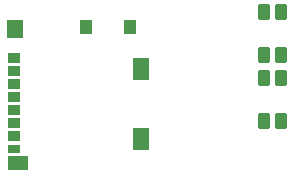
<source format=gbr>
%TF.GenerationSoftware,KiCad,Pcbnew,8.0.4*%
%TF.CreationDate,2024-07-26T12:29:51+01:00*%
%TF.ProjectId,beeb_wifiport,62656562-5f77-4696-9669-706f72742e6b,rev?*%
%TF.SameCoordinates,Original*%
%TF.FileFunction,Paste,Bot*%
%TF.FilePolarity,Positive*%
%FSLAX46Y46*%
G04 Gerber Fmt 4.6, Leading zero omitted, Abs format (unit mm)*
G04 Created by KiCad (PCBNEW 8.0.4) date 2024-07-26 12:29:51*
%MOMM*%
%LPD*%
G01*
G04 APERTURE LIST*
G04 Aperture macros list*
%AMRoundRect*
0 Rectangle with rounded corners*
0 $1 Rounding radius*
0 $2 $3 $4 $5 $6 $7 $8 $9 X,Y pos of 4 corners*
0 Add a 4 corners polygon primitive as box body*
4,1,4,$2,$3,$4,$5,$6,$7,$8,$9,$2,$3,0*
0 Add four circle primitives for the rounded corners*
1,1,$1+$1,$2,$3*
1,1,$1+$1,$4,$5*
1,1,$1+$1,$6,$7*
1,1,$1+$1,$8,$9*
0 Add four rect primitives between the rounded corners*
20,1,$1+$1,$2,$3,$4,$5,0*
20,1,$1+$1,$4,$5,$6,$7,0*
20,1,$1+$1,$6,$7,$8,$9,0*
20,1,$1+$1,$8,$9,$2,$3,0*%
G04 Aperture macros list end*
%ADD10RoundRect,0.250000X-0.275000X0.450000X-0.275000X-0.450000X0.275000X-0.450000X0.275000X0.450000X0*%
%ADD11R,1.100000X0.850000*%
%ADD12R,1.100000X0.750000*%
%ADD13R,1.000000X1.200000*%
%ADD14R,1.350000X1.550000*%
%ADD15R,1.350000X1.900000*%
%ADD16R,1.800000X1.170000*%
G04 APERTURE END LIST*
D10*
%TO.C,SW1*%
X161530000Y-92500000D03*
X161530000Y-96100000D03*
X162970000Y-92500000D03*
X162970000Y-96100000D03*
%TD*%
D11*
%TO.C,J3*%
X140300000Y-96395000D03*
X140300000Y-97495000D03*
X140300000Y-98595000D03*
X140300000Y-99695000D03*
X140300000Y-100795000D03*
X140300000Y-101895000D03*
X140300000Y-102995000D03*
D12*
X140300000Y-104045000D03*
D13*
X146450000Y-93760000D03*
X150150000Y-93760000D03*
D14*
X140425000Y-93935000D03*
D15*
X151125000Y-97260000D03*
X151125000Y-103230000D03*
D16*
X140650000Y-105255000D03*
%TD*%
D10*
%TO.C,SW2*%
X161530000Y-98100000D03*
X161530000Y-101700000D03*
X162970000Y-98100000D03*
X162970000Y-101700000D03*
%TD*%
M02*

</source>
